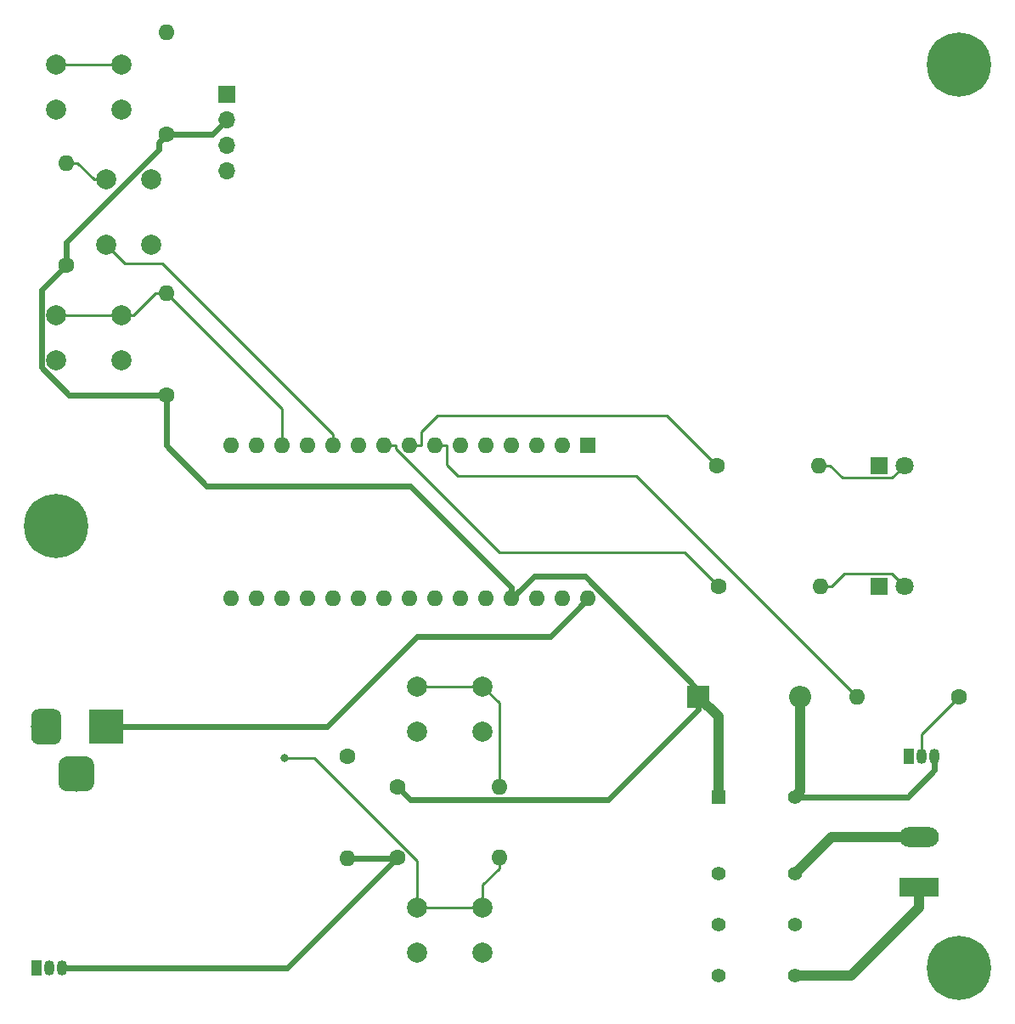
<source format=gtl>
G04 #@! TF.GenerationSoftware,KiCad,Pcbnew,5.0.2-bee76a0~70~ubuntu18.04.1*
G04 #@! TF.CreationDate,2019-06-28T18:52:20-06:00*
G04 #@! TF.ProjectId,Thermostat1,54686572-6d6f-4737-9461-74312e6b6963,rev?*
G04 #@! TF.SameCoordinates,Original*
G04 #@! TF.FileFunction,Copper,L1,Top*
G04 #@! TF.FilePolarity,Positive*
%FSLAX46Y46*%
G04 Gerber Fmt 4.6, Leading zero omitted, Abs format (unit mm)*
G04 Created by KiCad (PCBNEW 5.0.2-bee76a0~70~ubuntu18.04.1) date Fri 28 Jun 2019 06:52:20 PM MDT*
%MOMM*%
%LPD*%
G01*
G04 APERTURE LIST*
G04 #@! TA.AperFunction,ComponentPad*
%ADD10R,1.600000X1.600000*%
G04 #@! TD*
G04 #@! TA.AperFunction,ComponentPad*
%ADD11O,1.600000X1.600000*%
G04 #@! TD*
G04 #@! TA.AperFunction,ComponentPad*
%ADD12C,1.800000*%
G04 #@! TD*
G04 #@! TA.AperFunction,ComponentPad*
%ADD13R,1.800000X1.800000*%
G04 #@! TD*
G04 #@! TA.AperFunction,ComponentPad*
%ADD14R,2.200000X2.200000*%
G04 #@! TD*
G04 #@! TA.AperFunction,ComponentPad*
%ADD15O,2.200000X2.200000*%
G04 #@! TD*
G04 #@! TA.AperFunction,ComponentPad*
%ADD16R,3.500000X3.500000*%
G04 #@! TD*
G04 #@! TA.AperFunction,Conductor*
%ADD17C,0.100000*%
G04 #@! TD*
G04 #@! TA.AperFunction,ComponentPad*
%ADD18C,3.000000*%
G04 #@! TD*
G04 #@! TA.AperFunction,ComponentPad*
%ADD19C,3.500000*%
G04 #@! TD*
G04 #@! TA.AperFunction,ComponentPad*
%ADD20R,1.700000X1.700000*%
G04 #@! TD*
G04 #@! TA.AperFunction,ComponentPad*
%ADD21O,1.700000X1.700000*%
G04 #@! TD*
G04 #@! TA.AperFunction,ComponentPad*
%ADD22R,3.960000X1.980000*%
G04 #@! TD*
G04 #@! TA.AperFunction,ComponentPad*
%ADD23O,3.960000X1.980000*%
G04 #@! TD*
G04 #@! TA.AperFunction,ComponentPad*
%ADD24R,1.400000X1.400000*%
G04 #@! TD*
G04 #@! TA.AperFunction,ComponentPad*
%ADD25C,1.400000*%
G04 #@! TD*
G04 #@! TA.AperFunction,ComponentPad*
%ADD26R,1.050000X1.500000*%
G04 #@! TD*
G04 #@! TA.AperFunction,ComponentPad*
%ADD27O,1.050000X1.500000*%
G04 #@! TD*
G04 #@! TA.AperFunction,ComponentPad*
%ADD28C,1.600000*%
G04 #@! TD*
G04 #@! TA.AperFunction,ComponentPad*
%ADD29C,2.000000*%
G04 #@! TD*
G04 #@! TA.AperFunction,ComponentPad*
%ADD30C,6.400000*%
G04 #@! TD*
G04 #@! TA.AperFunction,ViaPad*
%ADD31C,0.800000*%
G04 #@! TD*
G04 #@! TA.AperFunction,Conductor*
%ADD32C,0.250000*%
G04 #@! TD*
G04 #@! TA.AperFunction,Conductor*
%ADD33C,0.600000*%
G04 #@! TD*
G04 #@! TA.AperFunction,Conductor*
%ADD34C,1.000000*%
G04 #@! TD*
G04 APERTURE END LIST*
D10*
G04 #@! TO.P,A1,1*
G04 #@! TO.N,Net-(A1-Pad1)*
X88000000Y-73000000D03*
D11*
G04 #@! TO.P,A1,17*
G04 #@! TO.N,Net-(A1-Pad17)*
X54980000Y-88240000D03*
G04 #@! TO.P,A1,2*
G04 #@! TO.N,Net-(A1-Pad2)*
X85460000Y-73000000D03*
G04 #@! TO.P,A1,18*
G04 #@! TO.N,Net-(A1-Pad18)*
X57520000Y-88240000D03*
G04 #@! TO.P,A1,3*
G04 #@! TO.N,Net-(A1-Pad3)*
X82920000Y-73000000D03*
G04 #@! TO.P,A1,19*
G04 #@! TO.N,Net-(A1-Pad19)*
X60060000Y-88240000D03*
G04 #@! TO.P,A1,4*
G04 #@! TO.N,GND*
X80380000Y-73000000D03*
G04 #@! TO.P,A1,20*
G04 #@! TO.N,Net-(A1-Pad20)*
X62600000Y-88240000D03*
G04 #@! TO.P,A1,5*
G04 #@! TO.N,/TEMP_DATA*
X77840000Y-73000000D03*
G04 #@! TO.P,A1,21*
G04 #@! TO.N,Net-(A1-Pad21)*
X65140000Y-88240000D03*
G04 #@! TO.P,A1,6*
G04 #@! TO.N,Net-(A1-Pad6)*
X75300000Y-73000000D03*
G04 #@! TO.P,A1,22*
G04 #@! TO.N,Net-(A1-Pad22)*
X67680000Y-88240000D03*
G04 #@! TO.P,A1,7*
G04 #@! TO.N,/RELAY_DRIVE*
X72760000Y-73000000D03*
G04 #@! TO.P,A1,23*
G04 #@! TO.N,/SDA*
X70220000Y-88240000D03*
G04 #@! TO.P,A1,8*
G04 #@! TO.N,/HEATING_LED*
X70220000Y-73000000D03*
G04 #@! TO.P,A1,24*
G04 #@! TO.N,/SCL*
X72760000Y-88240000D03*
G04 #@! TO.P,A1,9*
G04 #@! TO.N,/OVERRIDE_LED*
X67680000Y-73000000D03*
G04 #@! TO.P,A1,25*
G04 #@! TO.N,Net-(A1-Pad25)*
X75300000Y-88240000D03*
G04 #@! TO.P,A1,10*
G04 #@! TO.N,Net-(A1-Pad10)*
X65140000Y-73000000D03*
G04 #@! TO.P,A1,26*
G04 #@! TO.N,Net-(A1-Pad26)*
X77840000Y-88240000D03*
G04 #@! TO.P,A1,11*
G04 #@! TO.N,/SET_SWITCH*
X62600000Y-73000000D03*
G04 #@! TO.P,A1,27*
G04 #@! TO.N,+5V*
X80380000Y-88240000D03*
G04 #@! TO.P,A1,12*
G04 #@! TO.N,/UP_SWITCH*
X60060000Y-73000000D03*
G04 #@! TO.P,A1,28*
G04 #@! TO.N,Net-(A1-Pad28)*
X82920000Y-88240000D03*
G04 #@! TO.P,A1,13*
G04 #@! TO.N,/DOWN_SWITCH*
X57520000Y-73000000D03*
G04 #@! TO.P,A1,29*
G04 #@! TO.N,GND*
X85460000Y-88240000D03*
G04 #@! TO.P,A1,14*
G04 #@! TO.N,/START_SWITCH*
X54980000Y-73000000D03*
G04 #@! TO.P,A1,30*
G04 #@! TO.N,/VIN*
X88000000Y-88240000D03*
G04 #@! TO.P,A1,15*
G04 #@! TO.N,/CANCEL_SWITCH*
X52440000Y-73000000D03*
G04 #@! TO.P,A1,16*
G04 #@! TO.N,Net-(A1-Pad16)*
X52440000Y-88240000D03*
G04 #@! TD*
D12*
G04 #@! TO.P,D1,2*
G04 #@! TO.N,Net-(D1-Pad2)*
X119540000Y-75000000D03*
D13*
G04 #@! TO.P,D1,1*
G04 #@! TO.N,GND*
X117000000Y-75000000D03*
G04 #@! TD*
G04 #@! TO.P,D2,1*
G04 #@! TO.N,GND*
X117000000Y-87000000D03*
D12*
G04 #@! TO.P,D2,2*
G04 #@! TO.N,Net-(D2-Pad2)*
X119540000Y-87000000D03*
G04 #@! TD*
D14*
G04 #@! TO.P,D3,1*
G04 #@! TO.N,+5V*
X99000000Y-98000000D03*
D15*
G04 #@! TO.P,D3,2*
G04 #@! TO.N,/RELAY_PULLDOWN*
X109160000Y-98000000D03*
G04 #@! TD*
D16*
G04 #@! TO.P,J1,1*
G04 #@! TO.N,/VIN*
X40000000Y-101000000D03*
D17*
G04 #@! TD*
G04 #@! TO.N,GND*
G04 #@! TO.C,J1*
G36*
X34823513Y-99253611D02*
X34896318Y-99264411D01*
X34967714Y-99282295D01*
X35037013Y-99307090D01*
X35103548Y-99338559D01*
X35166678Y-99376398D01*
X35225795Y-99420242D01*
X35280330Y-99469670D01*
X35329758Y-99524205D01*
X35373602Y-99583322D01*
X35411441Y-99646452D01*
X35442910Y-99712987D01*
X35467705Y-99782286D01*
X35485589Y-99853682D01*
X35496389Y-99926487D01*
X35500000Y-100000000D01*
X35500000Y-102000000D01*
X35496389Y-102073513D01*
X35485589Y-102146318D01*
X35467705Y-102217714D01*
X35442910Y-102287013D01*
X35411441Y-102353548D01*
X35373602Y-102416678D01*
X35329758Y-102475795D01*
X35280330Y-102530330D01*
X35225795Y-102579758D01*
X35166678Y-102623602D01*
X35103548Y-102661441D01*
X35037013Y-102692910D01*
X34967714Y-102717705D01*
X34896318Y-102735589D01*
X34823513Y-102746389D01*
X34750000Y-102750000D01*
X33250000Y-102750000D01*
X33176487Y-102746389D01*
X33103682Y-102735589D01*
X33032286Y-102717705D01*
X32962987Y-102692910D01*
X32896452Y-102661441D01*
X32833322Y-102623602D01*
X32774205Y-102579758D01*
X32719670Y-102530330D01*
X32670242Y-102475795D01*
X32626398Y-102416678D01*
X32588559Y-102353548D01*
X32557090Y-102287013D01*
X32532295Y-102217714D01*
X32514411Y-102146318D01*
X32503611Y-102073513D01*
X32500000Y-102000000D01*
X32500000Y-100000000D01*
X32503611Y-99926487D01*
X32514411Y-99853682D01*
X32532295Y-99782286D01*
X32557090Y-99712987D01*
X32588559Y-99646452D01*
X32626398Y-99583322D01*
X32670242Y-99524205D01*
X32719670Y-99469670D01*
X32774205Y-99420242D01*
X32833322Y-99376398D01*
X32896452Y-99338559D01*
X32962987Y-99307090D01*
X33032286Y-99282295D01*
X33103682Y-99264411D01*
X33176487Y-99253611D01*
X33250000Y-99250000D01*
X34750000Y-99250000D01*
X34823513Y-99253611D01*
X34823513Y-99253611D01*
G37*
D18*
G04 #@! TO.P,J1,2*
G04 #@! TO.N,GND*
X34000000Y-101000000D03*
D17*
G04 #@! TD*
G04 #@! TO.N,N/C*
G04 #@! TO.C,J1*
G36*
X37960765Y-103954213D02*
X38045704Y-103966813D01*
X38128999Y-103987677D01*
X38209848Y-104016605D01*
X38287472Y-104053319D01*
X38361124Y-104097464D01*
X38430094Y-104148616D01*
X38493718Y-104206282D01*
X38551384Y-104269906D01*
X38602536Y-104338876D01*
X38646681Y-104412528D01*
X38683395Y-104490152D01*
X38712323Y-104571001D01*
X38733187Y-104654296D01*
X38745787Y-104739235D01*
X38750000Y-104825000D01*
X38750000Y-106575000D01*
X38745787Y-106660765D01*
X38733187Y-106745704D01*
X38712323Y-106828999D01*
X38683395Y-106909848D01*
X38646681Y-106987472D01*
X38602536Y-107061124D01*
X38551384Y-107130094D01*
X38493718Y-107193718D01*
X38430094Y-107251384D01*
X38361124Y-107302536D01*
X38287472Y-107346681D01*
X38209848Y-107383395D01*
X38128999Y-107412323D01*
X38045704Y-107433187D01*
X37960765Y-107445787D01*
X37875000Y-107450000D01*
X36125000Y-107450000D01*
X36039235Y-107445787D01*
X35954296Y-107433187D01*
X35871001Y-107412323D01*
X35790152Y-107383395D01*
X35712528Y-107346681D01*
X35638876Y-107302536D01*
X35569906Y-107251384D01*
X35506282Y-107193718D01*
X35448616Y-107130094D01*
X35397464Y-107061124D01*
X35353319Y-106987472D01*
X35316605Y-106909848D01*
X35287677Y-106828999D01*
X35266813Y-106745704D01*
X35254213Y-106660765D01*
X35250000Y-106575000D01*
X35250000Y-104825000D01*
X35254213Y-104739235D01*
X35266813Y-104654296D01*
X35287677Y-104571001D01*
X35316605Y-104490152D01*
X35353319Y-104412528D01*
X35397464Y-104338876D01*
X35448616Y-104269906D01*
X35506282Y-104206282D01*
X35569906Y-104148616D01*
X35638876Y-104097464D01*
X35712528Y-104053319D01*
X35790152Y-104016605D01*
X35871001Y-103987677D01*
X35954296Y-103966813D01*
X36039235Y-103954213D01*
X36125000Y-103950000D01*
X37875000Y-103950000D01*
X37960765Y-103954213D01*
X37960765Y-103954213D01*
G37*
D19*
G04 #@! TO.P,J1,3*
G04 #@! TO.N,N/C*
X37000000Y-105700000D03*
G04 #@! TD*
D20*
G04 #@! TO.P,J2,1*
G04 #@! TO.N,GND*
X52000000Y-38000000D03*
D21*
G04 #@! TO.P,J2,2*
G04 #@! TO.N,+5V*
X52000000Y-40540000D03*
G04 #@! TO.P,J2,3*
G04 #@! TO.N,/SDA*
X52000000Y-43080000D03*
G04 #@! TO.P,J2,4*
G04 #@! TO.N,/SCL*
X52000000Y-45620000D03*
G04 #@! TD*
D22*
G04 #@! TO.P,J3,1*
G04 #@! TO.N,/RELAY_OUTA*
X121000000Y-117000000D03*
D23*
G04 #@! TO.P,J3,2*
G04 #@! TO.N,/RELAY_OUTB*
X121000000Y-112000000D03*
G04 #@! TD*
D24*
G04 #@! TO.P,K1,1*
G04 #@! TO.N,+5V*
X101000000Y-108000000D03*
D25*
G04 #@! TO.P,K1,16*
G04 #@! TO.N,/RELAY_PULLDOWN*
X108620000Y-108000000D03*
G04 #@! TO.P,K1,6*
G04 #@! TO.N,Net-(K1-Pad6)*
X101000000Y-120690000D03*
G04 #@! TO.P,K1,8*
G04 #@! TO.N,Net-(K1-Pad8)*
X101000000Y-125780000D03*
G04 #@! TO.P,K1,4*
G04 #@! TO.N,Net-(K1-Pad4)*
X101000000Y-115620000D03*
G04 #@! TO.P,K1,11*
G04 #@! TO.N,Net-(K1-Pad11)*
X108630000Y-120710000D03*
G04 #@! TO.P,K1,9*
G04 #@! TO.N,/RELAY_OUTA*
X108630000Y-125790000D03*
G04 #@! TO.P,K1,13*
G04 #@! TO.N,/RELAY_OUTB*
X108620000Y-115620000D03*
G04 #@! TD*
D26*
G04 #@! TO.P,Q1,1*
G04 #@! TO.N,GND*
X120000000Y-104000000D03*
D27*
G04 #@! TO.P,Q1,3*
G04 #@! TO.N,/RELAY_PULLDOWN*
X122540000Y-104000000D03*
G04 #@! TO.P,Q1,2*
G04 #@! TO.N,Net-(Q1-Pad2)*
X121270000Y-104000000D03*
G04 #@! TD*
D11*
G04 #@! TO.P,R1,2*
G04 #@! TO.N,/SET_SWITCH*
X36000000Y-44840000D03*
D28*
G04 #@! TO.P,R1,1*
G04 #@! TO.N,+5V*
X36000000Y-55000000D03*
G04 #@! TD*
D11*
G04 #@! TO.P,R2,2*
G04 #@! TO.N,/UP_SWITCH*
X46000000Y-31840000D03*
D28*
G04 #@! TO.P,R2,1*
G04 #@! TO.N,+5V*
X46000000Y-42000000D03*
G04 #@! TD*
G04 #@! TO.P,R3,1*
G04 #@! TO.N,+5V*
X46000000Y-68000000D03*
D11*
G04 #@! TO.P,R3,2*
G04 #@! TO.N,/DOWN_SWITCH*
X46000000Y-57840000D03*
G04 #@! TD*
D28*
G04 #@! TO.P,R4,1*
G04 #@! TO.N,/HEATING_LED*
X100840000Y-75000000D03*
D11*
G04 #@! TO.P,R4,2*
G04 #@! TO.N,Net-(D1-Pad2)*
X111000000Y-75000000D03*
G04 #@! TD*
G04 #@! TO.P,R5,2*
G04 #@! TO.N,Net-(D2-Pad2)*
X111160000Y-87000000D03*
D28*
G04 #@! TO.P,R5,1*
G04 #@! TO.N,/OVERRIDE_LED*
X101000000Y-87000000D03*
G04 #@! TD*
D11*
G04 #@! TO.P,R6,2*
G04 #@! TO.N,/START_SWITCH*
X79160000Y-107000000D03*
D28*
G04 #@! TO.P,R6,1*
G04 #@! TO.N,+5V*
X69000000Y-107000000D03*
G04 #@! TD*
G04 #@! TO.P,R7,1*
G04 #@! TO.N,+5V*
X69000000Y-114000000D03*
D11*
G04 #@! TO.P,R7,2*
G04 #@! TO.N,/CANCEL_SWITCH*
X79160000Y-114000000D03*
G04 #@! TD*
D28*
G04 #@! TO.P,R8,1*
G04 #@! TO.N,Net-(Q1-Pad2)*
X125000000Y-98000000D03*
D11*
G04 #@! TO.P,R8,2*
G04 #@! TO.N,/RELAY_DRIVE*
X114840000Y-98000000D03*
G04 #@! TD*
D29*
G04 #@! TO.P,SW1,2*
G04 #@! TO.N,GND*
X44500000Y-53000000D03*
G04 #@! TO.P,SW1,1*
G04 #@! TO.N,/SET_SWITCH*
X40000000Y-53000000D03*
G04 #@! TO.P,SW1,2*
G04 #@! TO.N,GND*
X44500000Y-46500000D03*
G04 #@! TO.P,SW1,1*
G04 #@! TO.N,/SET_SWITCH*
X40000000Y-46500000D03*
G04 #@! TD*
G04 #@! TO.P,SW2,1*
G04 #@! TO.N,/UP_SWITCH*
X41500000Y-35000000D03*
G04 #@! TO.P,SW2,2*
G04 #@! TO.N,GND*
X41500000Y-39500000D03*
G04 #@! TO.P,SW2,1*
G04 #@! TO.N,/UP_SWITCH*
X35000000Y-35000000D03*
G04 #@! TO.P,SW2,2*
G04 #@! TO.N,GND*
X35000000Y-39500000D03*
G04 #@! TD*
G04 #@! TO.P,SW3,2*
G04 #@! TO.N,GND*
X35000000Y-64500000D03*
G04 #@! TO.P,SW3,1*
G04 #@! TO.N,/DOWN_SWITCH*
X35000000Y-60000000D03*
G04 #@! TO.P,SW3,2*
G04 #@! TO.N,GND*
X41500000Y-64500000D03*
G04 #@! TO.P,SW3,1*
G04 #@! TO.N,/DOWN_SWITCH*
X41500000Y-60000000D03*
G04 #@! TD*
G04 #@! TO.P,SW4,1*
G04 #@! TO.N,/START_SWITCH*
X77500000Y-97000000D03*
G04 #@! TO.P,SW4,2*
G04 #@! TO.N,GND*
X77500000Y-101500000D03*
G04 #@! TO.P,SW4,1*
G04 #@! TO.N,/START_SWITCH*
X71000000Y-97000000D03*
G04 #@! TO.P,SW4,2*
G04 #@! TO.N,GND*
X71000000Y-101500000D03*
G04 #@! TD*
G04 #@! TO.P,SW5,2*
G04 #@! TO.N,GND*
X71000000Y-123500000D03*
G04 #@! TO.P,SW5,1*
G04 #@! TO.N,/CANCEL_SWITCH*
X71000000Y-119000000D03*
G04 #@! TO.P,SW5,2*
G04 #@! TO.N,GND*
X77500000Y-123500000D03*
G04 #@! TO.P,SW5,1*
G04 #@! TO.N,/CANCEL_SWITCH*
X77500000Y-119000000D03*
G04 #@! TD*
D27*
G04 #@! TO.P,U1,2*
G04 #@! TO.N,/TEMP_DATA*
X34270000Y-125000000D03*
G04 #@! TO.P,U1,3*
G04 #@! TO.N,+5V*
X35540000Y-125000000D03*
D26*
G04 #@! TO.P,U1,1*
G04 #@! TO.N,GND*
X33000000Y-125000000D03*
G04 #@! TD*
D30*
G04 #@! TO.P,REF\002A\002A,1*
G04 #@! TO.N,N/C*
X125000000Y-35000000D03*
G04 #@! TD*
G04 #@! TO.P,REF\002A\002A,1*
G04 #@! TO.N,N/C*
X125000000Y-125000000D03*
G04 #@! TD*
G04 #@! TO.P,REF\002A\002A,1*
G04 #@! TO.N,N/C*
X35000000Y-81000000D03*
G04 #@! TD*
D28*
G04 #@! TO.P,R9,1*
G04 #@! TO.N,/TEMP_DATA*
X64000000Y-104000000D03*
D11*
G04 #@! TO.P,R9,2*
G04 #@! TO.N,+5V*
X64000000Y-114160000D03*
G04 #@! TD*
D31*
G04 #@! TO.N,/CANCEL_SWITCH*
X57764300Y-104087300D03*
G04 #@! TD*
D32*
G04 #@! TO.N,/TEMP_DATA*
X34270000Y-125000000D02*
X34270000Y-124775000D01*
G04 #@! TO.N,/RELAY_DRIVE*
X73885300Y-73000000D02*
X72760000Y-73000000D01*
X73885300Y-74885300D02*
X73885300Y-73000000D01*
X92840000Y-76000000D02*
X75000000Y-76000000D01*
X75000000Y-76000000D02*
X73885300Y-74885300D01*
X114840000Y-98000000D02*
X92840000Y-76000000D01*
G04 #@! TO.N,/HEATING_LED*
X71345300Y-71654700D02*
X71345300Y-73000000D01*
X73000000Y-70000000D02*
X71345300Y-71654700D01*
X71345300Y-73000000D02*
X70220000Y-73000000D01*
X100840000Y-75000000D02*
X95840000Y-70000000D01*
X95840000Y-70000000D02*
X73000000Y-70000000D01*
G04 #@! TO.N,/OVERRIDE_LED*
X68805300Y-73000000D02*
X68805300Y-73281300D01*
X68805300Y-73281300D02*
X79186700Y-83662700D01*
X79186700Y-83662700D02*
X97662700Y-83662700D01*
X97662700Y-83662700D02*
X101000000Y-87000000D01*
X67680000Y-73000000D02*
X68805300Y-73000000D01*
G04 #@! TO.N,/SET_SWITCH*
X36000000Y-44840000D02*
X37125300Y-44840000D01*
X40000000Y-46500000D02*
X38785300Y-46500000D01*
X38785300Y-46500000D02*
X37125300Y-44840000D01*
X62600000Y-73000000D02*
X62600000Y-71874700D01*
X40000000Y-53000000D02*
X41811300Y-54811300D01*
X41811300Y-54811300D02*
X45536600Y-54811300D01*
X45536600Y-54811300D02*
X62600000Y-71874700D01*
D33*
G04 #@! TO.N,+5V*
X35200001Y-55799999D02*
X36000000Y-55000000D01*
X33499999Y-57500001D02*
X35200001Y-55799999D01*
X33499999Y-65220001D02*
X33499999Y-57500001D01*
X36279998Y-68000000D02*
X33499999Y-65220001D01*
X46000000Y-68000000D02*
X36279998Y-68000000D01*
X45200001Y-42799999D02*
X46000000Y-42000000D01*
X45200001Y-43520001D02*
X45200001Y-42799999D01*
X36000000Y-52720002D02*
X45200001Y-43520001D01*
X36000000Y-55000000D02*
X36000000Y-52720002D01*
X50540000Y-42000000D02*
X52000000Y-40540000D01*
X46000000Y-42000000D02*
X50540000Y-42000000D01*
X58000000Y-125000000D02*
X69000000Y-114000000D01*
X82620000Y-86000000D02*
X81179999Y-87440001D01*
X81179999Y-87440001D02*
X80380000Y-88240000D01*
X87684002Y-86000000D02*
X82620000Y-86000000D01*
X99000000Y-97315998D02*
X87684002Y-86000000D01*
X46000000Y-73000000D02*
X46000000Y-68000000D01*
X50000000Y-77000000D02*
X46000000Y-73000000D01*
X70271370Y-77000000D02*
X50000000Y-77000000D01*
X80380000Y-88240000D02*
X80380000Y-87108630D01*
X80380000Y-87108630D02*
X70271370Y-77000000D01*
D34*
X101000000Y-100000000D02*
X99000000Y-98000000D01*
X101000000Y-108000000D02*
X101000000Y-100000000D01*
D33*
X69799999Y-107799999D02*
X69000000Y-107000000D01*
X70300001Y-108300001D02*
X69799999Y-107799999D01*
X89999999Y-108300001D02*
X70300001Y-108300001D01*
X99000000Y-98000000D02*
X99000000Y-99300000D01*
X99000000Y-99300000D02*
X89999999Y-108300001D01*
X35540000Y-125000000D02*
X53000000Y-125000000D01*
X53000000Y-125000000D02*
X58000000Y-125000000D01*
X68840000Y-114160000D02*
X69000000Y-114000000D01*
X64000000Y-114160000D02*
X68840000Y-114160000D01*
D32*
G04 #@! TO.N,/UP_SWITCH*
X35000000Y-35000000D02*
X41500000Y-35000000D01*
G04 #@! TO.N,/DOWN_SWITCH*
X35000000Y-60000000D02*
X41500000Y-60000000D01*
X46000000Y-57840000D02*
X44874700Y-57840000D01*
X41500000Y-60000000D02*
X42714700Y-60000000D01*
X42714700Y-60000000D02*
X44874700Y-57840000D01*
X57520000Y-69360000D02*
X46000000Y-57840000D01*
X57520000Y-73000000D02*
X57520000Y-69360000D01*
G04 #@! TO.N,/START_SWITCH*
X77500000Y-97000000D02*
X79160000Y-98660000D01*
X79160000Y-98660000D02*
X79160000Y-107000000D01*
X77500000Y-97000000D02*
X71000000Y-97000000D01*
D33*
G04 #@! TO.N,/VIN*
X87200001Y-89039999D02*
X88000000Y-88240000D01*
X84240000Y-92000000D02*
X87200001Y-89039999D01*
X71000000Y-92000000D02*
X84240000Y-92000000D01*
X40000000Y-101000000D02*
X62000000Y-101000000D01*
X62000000Y-101000000D02*
X71000000Y-92000000D01*
D32*
G04 #@! TO.N,/CANCEL_SWITCH*
X77500000Y-119000000D02*
X77500000Y-116785300D01*
X77500000Y-116785300D02*
X79160000Y-115125300D01*
X77500000Y-119000000D02*
X71000000Y-119000000D01*
X79160000Y-114000000D02*
X79160000Y-115125300D01*
X71000000Y-119000000D02*
X71000000Y-114380600D01*
X71000000Y-114380600D02*
X60706700Y-104087300D01*
X60706700Y-104087300D02*
X57764300Y-104087300D01*
G04 #@! TO.N,Net-(D1-Pad2)*
X111000000Y-75000000D02*
X112125300Y-75000000D01*
X112125300Y-75000000D02*
X113350700Y-76225400D01*
X113350700Y-76225400D02*
X118314600Y-76225400D01*
X118314600Y-76225400D02*
X119540000Y-75000000D01*
G04 #@! TO.N,Net-(D2-Pad2)*
X111160000Y-87000000D02*
X112285300Y-87000000D01*
X112285300Y-87000000D02*
X113510700Y-85774600D01*
X113510700Y-85774600D02*
X118314600Y-85774600D01*
X118314600Y-85774600D02*
X119540000Y-87000000D01*
D34*
G04 #@! TO.N,/RELAY_PULLDOWN*
X109160000Y-107460000D02*
X109160000Y-98000000D01*
X108620000Y-108000000D02*
X109160000Y-107460000D01*
D33*
X122540000Y-105350000D02*
X122540000Y-104000000D01*
X119890000Y-108000000D02*
X122540000Y-105350000D01*
X108620000Y-108000000D02*
X119890000Y-108000000D01*
D34*
G04 #@! TO.N,/RELAY_OUTA*
X114200000Y-125790000D02*
X121000000Y-118990000D01*
X121000000Y-118990000D02*
X121000000Y-117000000D01*
X108630000Y-125790000D02*
X114200000Y-125790000D01*
G04 #@! TO.N,/RELAY_OUTB*
X112240000Y-112000000D02*
X121000000Y-112000000D01*
X108620000Y-115620000D02*
X112240000Y-112000000D01*
D32*
G04 #@! TO.N,Net-(Q1-Pad2)*
X121270000Y-101730000D02*
X125000000Y-98000000D01*
X121270000Y-101730000D02*
X121270000Y-104000000D01*
G04 #@! TD*
M02*

</source>
